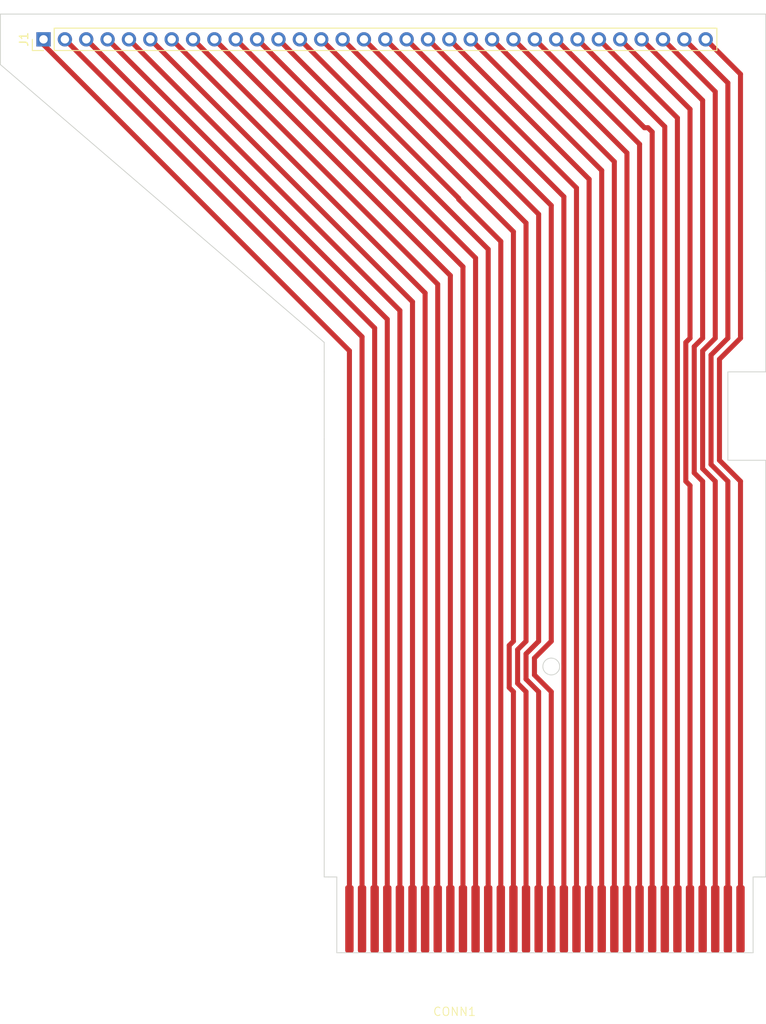
<source format=kicad_pcb>
(kicad_pcb (version 20221018) (generator pcbnew)
  (layers (0 "F.Cu" signal) (31 "B.Cu" signal) (34 "B.Paste" user) (35 "F.Paste" user) (36 "B.SilkS" user "B.Silkscreen") (37 "F.SilkS" user "F.Silkscreen") (38 "B.Mask" user) (39 "F.Mask" user) (44 "Edge.Cuts" user))
  (net 0 "")
  (net 1 "Net-(CONN1-+5)")
  (net 2 "Net-(CONN1-CLK)")
  (net 3 "Net-(CONN1-!WR)")
  (net 4 "Net-(CONN1-!RD)")
  (net 5 "Net-(CONN1-!CS_RAM)")
  (net 6 "Net-(CONN1-A0)")
  (net 7 "Net-(CONN1-A1)")
  (net 8 "Net-(CONN1-A2)")
  (net 9 "Net-(CONN1-A3)")
  (net 10 "Net-(CONN1-A4)")
  (net 11 "Net-(CONN1-A5)")
  (net 12 "Net-(CONN1-A6)")
  (net 13 "Net-(CONN1-A7)")
  (net 14 "Net-(CONN1-A8)")
  (net 15 "Net-(CONN1-A9)")
  (net 16 "Net-(CONN1-A10)")
  (net 17 "Net-(CONN1-A11)")
  (net 18 "Net-(CONN1-A12)")
  (net 19 "Net-(CONN1-A13)")
  (net 20 "Net-(CONN1-A14)")
  (net 21 "Net-(CONN1-A15)")
  (net 22 "Net-(CONN1-D0)")
  (net 23 "Net-(CONN1-D1)")
  (net 24 "Net-(CONN1-D2)")
  (net 25 "Net-(CONN1-D3)")
  (net 26 "Net-(CONN1-D4)")
  (net 27 "Net-(CONN1-D5)")
  (net 28 "Net-(CONN1-D6)")
  (net 29 "Net-(CONN1-D7)")
  (net 30 "Net-(CONN1-!Reset)")
  (net 31 "Net-(CONN1-Audio_In)")
  (net 32 "Net-(CONN1-GND)")
  (footprint "Connector_PinHeader_2.54mm:PinHeader_1x32_P2.54mm_Vertical" (layer "F.Cu") (at 39.625 25.5 90)
    (fp_text reference "J1" (at 0 -2.33 90) (layer "F.SilkS"))
    (fp_text value "Conn_01x32")
    (fp_line (start -1.33 -1.33) (end 0 -1.33) (stroke (width 0.12)) (layer "F.SilkS"))
    (fp_line (start -1.33 0) (end -1.33 -1.33) (stroke (width 0.12)) (layer "F.SilkS"))
    (fp_line (start -1.33 1.27) (end -1.33 80.07) (stroke (width 0.12)) (layer "F.SilkS"))
    (fp_line (start -1.33 1.27) (end 1.33 1.27) (stroke (width 0.12)) (layer "F.SilkS"))
    (fp_line (start -1.33 80.07) (end 1.33 80.07) (stroke (width 0.12)) (layer "F.SilkS"))
    (fp_line (start 1.33 1.27) (end 1.33 80.07) (stroke (width 0.12)) (layer "F.SilkS"))
    (pad "1" thru_hole rect (at 0 0 90) (size 1.7 1.7) (drill 1) (layers "*.Cu" "*.Mask") (net 1 "Net-(CONN1-+5)"))
    (pad "2" thru_hole oval (at 0 2.54 90) (size 1.7 1.7) (drill 1) (layers "*.Cu" "*.Mask") (net 2 "Net-(CONN1-CLK)"))
    (pad "3" thru_hole oval (at 0 5.08 90) (size 1.7 1.7) (drill 1) (layers "*.Cu" "*.Mask") (net 3 "Net-(CONN1-!WR)"))
    (pad "4" thru_hole oval (at 0 7.62 90) (size 1.7 1.7) (drill 1) (layers "*.Cu" "*.Mask") (net 4 "Net-(CONN1-!RD)"))
    (pad "5" thru_hole oval (at 0 10.16 90) (size 1.7 1.7) (drill 1) (layers "*.Cu" "*.Mask") (net 5 "Net-(CONN1-!CS_RAM)"))
    (pad "6" thru_hole oval (at 0 12.7 90) (size 1.7 1.7) (drill 1) (layers "*.Cu" "*.Mask") (net 6 "Net-(CONN1-A0)"))
    (pad "7" thru_hole oval (at 0 15.24 90) (size 1.7 1.7) (drill 1) (layers "*.Cu" "*.Mask") (net 7 "Net-(CONN1-A1)"))
    (pad "8" thru_hole oval (at 0 17.78 90) (size 1.7 1.7) (drill 1) (layers "*.Cu" "*.Mask") (net 8 "Net-(CONN1-A2)"))
    (pad "9" thru_hole oval (at 0 20.32 90) (size 1.7 1.7) (drill 1) (layers "*.Cu" "*.Mask") (net 9 "Net-(CONN1-A3)"))
    (pad "10" thru_hole oval (at 0 22.86 90) (size 1.7 1.7) (drill 1) (layers "*.Cu" "*.Mask") (net 10 "Net-(CONN1-A4)"))
    (pad "11" thru_hole oval (at 0 25.4 90) (size 1.7 1.7) (drill 1) (layers "*.Cu" "*.Mask") (net 11 "Net-(CONN1-A5)"))
    (pad "12" thru_hole oval (at 0 27.94 90) (size 1.7 1.7) (drill 1) (layers "*.Cu" "*.Mask") (net 12 "Net-(CONN1-A6)"))
    (pad "13" thru_hole oval (at 0 30.48 90) (size 1.7 1.7) (drill 1) (layers "*.Cu" "*.Mask") (net 13 "Net-(CONN1-A7)"))
    (pad "14" thru_hole oval (at 0 33.02 90) (size 1.7 1.7) (drill 1) (layers "*.Cu" "*.Mask") (net 14 "Net-(CONN1-A8)"))
    (pad "15" thru_hole oval (at 0 35.56 90) (size 1.7 1.7) (drill 1) (layers "*.Cu" "*.Mask") (net 15 "Net-(CONN1-A9)"))
    (pad "16" thru_hole oval (at 0 38.1 90) (size 1.7 1.7) (drill 1) (layers "*.Cu" "*.Mask") (net 16 "Net-(CONN1-A10)"))
    (pad "17" thru_hole oval (at 0 40.64 90) (size 1.7 1.7) (drill 1) (layers "*.Cu" "*.Mask") (net 17 "Net-(CONN1-A11)"))
    (pad "18" thru_hole oval (at 0 43.18 90) (size 1.7 1.7) (drill 1) (layers "*.Cu" "*.Mask") (net 18 "Net-(CONN1-A12)"))
    (pad "19" thru_hole oval (at 0 45.72 90) (size 1.7 1.7) (drill 1) (layers "*.Cu" "*.Mask") (net 19 "Net-(CONN1-A13)"))
    (pad "20" thru_hole oval (at 0 48.26 90) (size 1.7 1.7) (drill 1) (layers "*.Cu" "*.Mask") (net 20 "Net-(CONN1-A14)"))
    (pad "21" thru_hole oval (at 0 50.8 90) (size 1.7 1.7) (drill 1) (layers "*.Cu" "*.Mask") (net 21 "Net-(CONN1-A15)"))
    (pad "22" thru_hole oval (at 0 53.34 90) (size 1.7 1.7) (drill 1) (layers "*.Cu" "*.Mask") (net 22 "Net-(CONN1-D0)"))
    (pad "23" thru_hole oval (at 0 55.88 90) (size 1.7 1.7) (drill 1) (layers "*.Cu" "*.Mask") (net 23 "Net-(CONN1-D1)"))
    (pad "24" thru_hole oval (at 0 58.42 90) (size 1.7 1.7) (drill 1) (layers "*.Cu" "*.Mask") (net 24 "Net-(CONN1-D2)"))
    (pad "25" thru_hole oval (at 0 60.96 90) (size 1.7 1.7) (drill 1) (layers "*.Cu" "*.Mask") (net 25 "Net-(CONN1-D3)"))
    (pad "26" thru_hole oval (at 0 63.5 90) (size 1.7 1.7) (drill 1) (layers "*.Cu" "*.Mask") (net 26 "Net-(CONN1-D4)"))
    (pad "27" thru_hole oval (at 0 66.04 90) (size 1.7 1.7) (drill 1) (layers "*.Cu" "*.Mask") (net 27 "Net-(CONN1-D5)"))
    (pad "28" thru_hole oval (at 0 68.58 90) (size 1.7 1.7) (drill 1) (layers "*.Cu" "*.Mask") (net 28 "Net-(CONN1-D6)"))
    (pad "29" thru_hole oval (at 0 71.12 90) (size 1.7 1.7) (drill 1) (layers "*.Cu" "*.Mask") (net 29 "Net-(CONN1-D7)"))
    (pad "30" thru_hole oval (at 0 73.66 90) (size 1.7 1.7) (drill 1) (layers "*.Cu" "*.Mask") (net 30 "Net-(CONN1-!Reset)"))
    (pad "31" thru_hole oval (at 0 76.2 90) (size 1.7 1.7) (drill 1) (layers "*.Cu" "*.Mask") (net 31 "Net-(CONN1-Audio_In)"))
    (pad "32" thru_hole oval (at 0 78.74 90) (size 1.7 1.7) (drill 1) (layers "*.Cu" "*.Mask") (net 32 "Net-(CONN1-GND)"))
  )
  (footprint "Card Edge Connectors:DMG_Cart" (layer "F.Cu") (at 75 134)
    (fp_text reference "CONN1" (at 13.5 7 unlocked) (layer "F.SilkS") (effects (font (thickness 0.1))))
    (fp_text value "~")
    (pad "1" smd roundrect (at 1 -4) (size 1 8) (layers "F.Cu" "F.Paste" "F.Mask") (net 1 "Net-(CONN1-+5)"))
    (pad "2" smd roundrect (at 2.5 -4) (size 1 8) (layers "F.Cu" "F.Paste" "F.Mask") (net 2 "Net-(CONN1-CLK)"))
    (pad "3" smd roundrect (at 4 -4) (size 1 8) (layers "F.Cu" "F.Paste" "F.Mask") (net 3 "Net-(CONN1-!WR)"))
    (pad "4" smd roundrect (at 5.5 -4) (size 1 8) (layers "F.Cu" "F.Paste" "F.Mask") (net 4 "Net-(CONN1-!RD)"))
    (pad "5" smd roundrect (at 7 -4) (size 1 8) (layers "F.Cu" "F.Paste" "F.Mask") (net 5 "Net-(CONN1-!CS_RAM)"))
    (pad "6" smd roundrect (at 8.5 -4) (size 1 8) (layers "F.Cu" "F.Paste" "F.Mask") (net 6 "Net-(CONN1-A0)"))
    (pad "7" smd roundrect (at 10 -4) (size 1 8) (layers "F.Cu" "F.Paste" "F.Mask") (net 7 "Net-(CONN1-A1)"))
    (pad "8" smd roundrect (at 11.5 -4) (size 1 8) (layers "F.Cu" "F.Paste" "F.Mask") (net 8 "Net-(CONN1-A2)"))
    (pad "9" smd roundrect (at 13 -4) (size 1 8) (layers "F.Cu" "F.Paste" "F.Mask") (net 9 "Net-(CONN1-A3)"))
    (pad "10" smd roundrect (at 14.5 -4) (size 1 8) (layers "F.Cu" "F.Paste" "F.Mask") (net 10 "Net-(CONN1-A4)"))
    (pad "11" smd roundrect (at 16 -4) (size 1 8) (layers "F.Cu" "F.Paste" "F.Mask") (net 11 "Net-(CONN1-A5)"))
    (pad "12" smd roundrect (at 17.5 -4) (size 1 8) (layers "F.Cu" "F.Paste" "F.Mask") (net 12 "Net-(CONN1-A6)"))
    (pad "13" smd roundrect (at 19 -4) (size 1 8) (layers "F.Cu" "F.Paste" "F.Mask") (net 13 "Net-(CONN1-A7)"))
    (pad "14" smd roundrect (at 20.5 -4) (size 1 8) (layers "F.Cu" "F.Paste" "F.Mask") (net 14 "Net-(CONN1-A8)"))
    (pad "15" smd roundrect (at 22 -4) (size 1 8) (layers "F.Cu" "F.Paste" "F.Mask") (net 15 "Net-(CONN1-A9)"))
    (pad "16" smd roundrect (at 23.5 -4) (size 1 8) (layers "F.Cu" "F.Paste" "F.Mask") (net 16 "Net-(CONN1-A10)"))
    (pad "17" smd roundrect (at 25 -4) (size 1 8) (layers "F.Cu" "F.Paste" "F.Mask") (net 17 "Net-(CONN1-A11)"))
    (pad "18" smd roundrect (at 26.5 -4) (size 1 8) (layers "F.Cu" "F.Paste" "F.Mask") (net 18 "Net-(CONN1-A12)"))
    (pad "19" smd roundrect (at 28 -4) (size 1 8) (layers "F.Cu" "F.Paste" "F.Mask") (net 19 "Net-(CONN1-A13)"))
    (pad "20" smd roundrect (at 29.5 -4) (size 1 8) (layers "F.Cu" "F.Paste" "F.Mask") (net 20 "Net-(CONN1-A14)"))
    (pad "21" smd roundrect (at 31 -4) (size 1 8) (layers "F.Cu" "F.Paste" "F.Mask") (net 21 "Net-(CONN1-A15)"))
    (pad "22" smd roundrect (at 32.5 -4) (size 1 8) (layers "F.Cu" "F.Paste" "F.Mask") (net 22 "Net-(CONN1-D0)"))
    (pad "23" smd roundrect (at 34 -4) (size 1 8) (layers "F.Cu" "F.Paste" "F.Mask") (net 23 "Net-(CONN1-D1)"))
    (pad "24" smd roundrect (at 35.5 -4) (size 1 8) (layers "F.Cu" "F.Paste" "F.Mask") (net 24 "Net-(CONN1-D2)"))
    (pad "25" smd roundrect (at 37 -4) (size 1 8) (layers "F.Cu" "F.Paste" "F.Mask") (net 25 "Net-(CONN1-D3)"))
    (pad "26" smd roundrect (at 38.5 -4) (size 1 8) (layers "F.Cu" "F.Paste" "F.Mask") (net 26 "Net-(CONN1-D4)"))
    (pad "27" smd roundrect (at 40 -4) (size 1 8) (layers "F.Cu" "F.Paste" "F.Mask") (net 27 "Net-(CONN1-D5)"))
    (pad "28" smd roundrect (at 41.5 -4) (size 1 8) (layers "F.Cu" "F.Paste" "F.Mask") (net 28 "Net-(CONN1-D6)"))
    (pad "29" smd roundrect (at 43 -4) (size 1 8) (layers "F.Cu" "F.Paste" "F.Mask") (net 29 "Net-(CONN1-D7)"))
    (pad "30" smd roundrect (at 44.5 -4) (size 1 8) (layers "F.Cu" "F.Paste" "F.Mask") (net 30 "Net-(CONN1-!Reset)"))
    (pad "31" smd roundrect (at 46 -4) (size 1 8) (layers "F.Cu" "F.Paste" "F.Mask") (net 31 "Net-(CONN1-Audio_In)"))
    (pad "32" smd roundrect (at 47.5 -4) (size 1 8) (layers "F.Cu" "F.Paste" "F.Mask") (net 32 "Net-(CONN1-GND)"))
  )
  (gr_line (start 125.5 65) (end 125.5 53) (stroke (width 0.1)) (layer "Edge.Cuts"))
  (gr_line (start 121 65) (end 125.5 65) (stroke (width 0.1)) (layer "Edge.Cuts"))
  (gr_line (start 125 125) (end 125.5 125) (stroke (width 0.1)) (layer "Edge.Cuts"))
  (gr_line (start 125.5 22.5) (end 125.5 53) (stroke (width 0.1)) (layer "Edge.Cuts"))
  (gr_line (start 123.5 134) (end 75 134) (stroke (width 0.1)) (layer "Edge.Cuts"))
  (gr_line (start 73 73) (end 73 65) (stroke (width 0.1)) (layer "Edge.Cuts"))
  (gr_line (start 124 134) (end 124 125) (stroke (width 0.1)) (layer "Edge.Cuts"))
  (gr_line (start 74.5 134) (end 74.5 125) (stroke (width 0.1)) (layer "Edge.Cuts"))
  (gr_line (start 75 134) (end 74.5 134) (stroke (width 0.1)) (layer "Edge.Cuts"))
  (gr_circle (center 100 100) (end 101 100) (stroke (width 0.1)) (fill none) (layer "Edge.Cuts"))
  (gr_line (start 73.5 125) (end 73 125) (stroke (width 0.1)) (layer "Edge.Cuts"))
  (gr_line (start 34.5 28.5) (end 73 61.5) (stroke (width 0.1)) (layer "Edge.Cuts"))
  (gr_line (start 125.5 75.5) (end 121 75.5) (stroke (width 0.1)) (layer "Edge.Cuts"))
  (gr_line (start 34.5 22.5) (end 125.5 22.5) (stroke (width 0.1)) (layer "Edge.Cuts"))
  (gr_line (start 123.5 134) (end 124 134) (stroke (width 0.1)) (layer "Edge.Cuts"))
  (gr_line (start 73 125) (end 73 73) (stroke (width 0.1)) (layer "Edge.Cuts"))
  (gr_line (start 125.5 125) (end 125.5 75.5) (stroke (width 0.1)) (layer "Edge.Cuts"))
  (gr_line (start 124 125) (end 125 125) (stroke (width 0.1)) (layer "Edge.Cuts"))
  (gr_line (start 74.5 125) (end 73.5 125) (stroke (width 0.1)) (layer "Edge.Cuts"))
  (gr_line (start 121 75.5) (end 121 65) (stroke (width 0.1)) (layer "Edge.Cuts"))
  (gr_line (start 34.5 22.5) (end 34.5 28.5) (stroke (width 0.1)) (layer "Edge.Cuts"))
  (gr_line (start 73 65) (end 73 61.5) (stroke (width 0.1)) (layer "Edge.Cuts"))
  (segment (start 39.625 26.125) (end 76 62.5) (width 0.6) (layer "F.Cu") (net 1))
  (segment (start 39.625 25.5) (end 39.625 26.125) (width 0.6) (layer "F.Cu") (net 1))
  (segment (start 76 62.5) (end 76 130) (width 0.6) (layer "F.Cu") (net 1))
  (segment (start 77.5 130) (end 77.5 60.835) (width 0.6) (layer "F.Cu") (net 2))
  (segment (start 77.5 60.835) (end 42.165 25.5) (width 0.6) (layer "F.Cu") (net 2))
  (segment (start 79 130) (end 79 59.795) (width 0.6) (layer "F.Cu") (net 3))
  (segment (start 79 59.795) (end 44.705 25.5) (width 0.6) (layer "F.Cu") (net 3))
  (segment (start 80.5 130) (end 80.5 58.755) (width 0.6) (layer "F.Cu") (net 4))
  (segment (start 80.5 58.755) (end 47.245 25.5) (width 0.6) (layer "F.Cu") (net 4))
  (segment (start 82 130) (end 82 57.715) (width 0.6) (layer "F.Cu") (net 5))
  (segment (start 82 57.715) (end 49.785 25.5) (width 0.6) (layer "F.Cu") (net 5))
  (segment (start 83.5 56.675) (end 52.325 25.5) (width 0.6) (layer "F.Cu") (net 6))
  (segment (start 83.5 130) (end 83.5 56.675) (width 0.6) (layer "F.Cu") (net 6))
  (segment (start 85 130) (end 85 55.635) (width 0.6) (layer "F.Cu") (net 7))
  (segment (start 85 55.635) (end 54.865 25.5) (width 0.6) (layer "F.Cu") (net 7))
  (segment (start 86.5 54.595) (end 57.405 25.5) (width 0.6) (layer "F.Cu") (net 8))
  (segment (start 86.5 130) (end 86.5 54.595) (width 0.6) (layer "F.Cu") (net 8))
  (segment (start 88 130) (end 88 53.555) (width 0.6) (layer "F.Cu") (net 9))
  (segment (start 88 53.555) (end 59.945 25.5) (width 0.6) (layer "F.Cu") (net 9))
  (segment (start 89.5 130) (end 89.5 52.515) (width 0.6) (layer "F.Cu") (net 10))
  (segment (start 89.5 52.515) (end 62.485 25.5) (width 0.6) (layer "F.Cu") (net 10))
  (segment (start 91 130) (end 91 51.475) (width 0.6) (layer "F.Cu") (net 11))
  (segment (start 91 51.475) (end 65.025 25.5) (width 0.6) (layer "F.Cu") (net 11))
  (segment (start 92.5 130) (end 92.5 50.435) (width 0.6) (layer "F.Cu") (net 12))
  (segment (start 92.5 50.435) (end 67.565 25.5) (width 0.6) (layer "F.Cu") (net 12))
  (segment (start 94 49.5) (end 89 44.5) (width 0.6) (layer "F.Cu") (net 13))
  (segment (start 94 130) (end 94 49.5) (width 0.6) (layer "F.Cu") (net 13))
  (segment (start 89 44.395) (end 70.105 25.5) (width 0.6) (layer "F.Cu") (net 13))
  (segment (start 89 44.5) (end 89 44.395) (width 0.6) (layer "F.Cu") (net 13))
  (segment (start 95 102.5) (end 95 97.5) (width 0.6) (layer "F.Cu") (net 14))
  (segment (start 95.5 97) (end 95.5 48.355) (width 0.6) (layer "F.Cu") (net 14))
  (segment (start 95.5 130) (end 95.5 103) (width 0.6) (layer "F.Cu") (net 14))
  (segment (start 95.5 48.355) (end 72.645 25.5) (width 0.6) (layer "F.Cu") (net 14))
  (segment (start 95.5 103) (end 95 102.5) (width 0.6) (layer "F.Cu") (net 14))
  (segment (start 95 97.5) (end 95.5 97) (width 0.6) (layer "F.Cu") (net 14))
  (segment (start 97 103) (end 96 102) (width 0.6) (layer "F.Cu") (net 15))
  (segment (start 97 130) (end 97 103) (width 0.6) (layer "F.Cu") (net 15))
  (segment (start 97 47.315) (end 75.185 25.5) (width 0.6) (layer "F.Cu") (net 15))
  (segment (start 96 102) (end 96 98) (width 0.6) (layer "F.Cu") (net 15))
  (segment (start 97 97) (end 97 47.315) (width 0.6) (layer "F.Cu") (net 15))
  (segment (start 96 98) (end 97 97) (width 0.6) (layer "F.Cu") (net 15))
  (segment (start 98.5 97) (end 98.5 46.275) (width 0.6) (layer "F.Cu") (net 16))
  (segment (start 97 98.5) (end 98.5 97) (width 0.6) (layer "F.Cu") (net 16))
  (segment (start 98.5 103) (end 97 101.5) (width 0.6) (layer "F.Cu") (net 16))
  (segment (start 97 101.5) (end 97 98.5) (width 0.6) (layer "F.Cu") (net 16))
  (segment (start 98.5 130) (end 98.5 103) (width 0.6) (layer "F.Cu") (net 16))
  (segment (start 98.5 46.275) (end 77.725 25.5) (width 0.6) (layer "F.Cu") (net 16))
  (segment (start 100 45.235) (end 80.265 25.5) (width 0.6) (layer "F.Cu") (net 17))
  (segment (start 100 97) (end 100 45.235) (width 0.6) (layer "F.Cu") (net 17))
  (segment (start 98 101) (end 98 99) (width 0.6) (layer "F.Cu") (net 17))
  (segment (start 98 99) (end 100 97) (width 0.6) (layer "F.Cu") (net 17))
  (segment (start 100 103) (end 98 101) (width 0.6) (layer "F.Cu") (net 17))
  (segment (start 100 130) (end 100 103) (width 0.6) (layer "F.Cu") (net 17))
  (segment (start 101.5 44.195) (end 82.805 25.5) (width 0.6) (layer "F.Cu") (net 18))
  (segment (start 101.5 130) (end 101.5 44.195) (width 0.6) (layer "F.Cu") (net 18))
  (segment (start 103 130) (end 103 43.155) (width 0.6) (layer "F.Cu") (net 19))
  (segment (start 103 43.155) (end 85.345 25.5) (width 0.6) (layer "F.Cu") (net 19))
  (segment (start 104.5 130) (end 104.5 42.115) (width 0.6) (layer "F.Cu") (net 20))
  (segment (start 104.5 42.115) (end 87.885 25.5) (width 0.6) (layer "F.Cu") (net 20))
  (segment (start 106 130) (end 106 41.075) (width 0.6) (layer "F.Cu") (net 21))
  (segment (start 106 41.075) (end 90.425 25.5) (width 0.6) (layer "F.Cu") (net 21))
  (segment (start 107.5 40.035) (end 92.965 25.5) (width 0.6) (layer "F.Cu") (net 22))
  (segment (start 107.5 130) (end 107.5 40.035) (width 0.6) (layer "F.Cu") (net 22))
  (segment (start 109 38.995) (end 95.505 25.5) (width 0.6) (layer "F.Cu") (net 23))
  (segment (start 109 130) (end 109 38.995) (width 0.6) (layer "F.Cu") (net 23))
  (segment (start 110.5 130) (end 110.5 37.955) (width 0.6) (layer "F.Cu") (net 24))
  (segment (start 110.5 37.955) (end 98.045 25.5) (width 0.6) (layer "F.Cu") (net 24))
  (segment (start 112 36.5) (end 112 130) (width 0.6) (layer "F.Cu") (net 25))
  (segment (start 111.085 36) (end 111.5 36) (width 0.6) (layer "F.Cu") (net 25))
  (segment (start 111.5 36) (end 112 36.5) (width 0.6) (layer "F.Cu") (net 25))
  (segment (start 100.585 25.5) (end 111.085 36) (width 0.6) (layer "F.Cu") (net 25))
  (segment (start 113.5 130) (end 113.5 35.875) (width 0.6) (layer "F.Cu") (net 26))
  (segment (start 113.5 35.875) (end 103.125 25.5) (width 0.6) (layer "F.Cu") (net 26))
  (segment (start 115 34.835) (end 105.665 25.5) (width 0.6) (layer "F.Cu") (net 27))
  (segment (start 115 130) (end 115 34.835) (width 0.6) (layer "F.Cu") (net 27))
  (segment (start 116.5 33.795) (end 108.205 25.5) (width 0.6) (layer "F.Cu") (net 28))
  (segment (start 116.5 78.5) (end 116 78) (width 0.6) (layer "F.Cu") (net 28))
  (segment (start 116.5 130) (end 116.5 78.5) (width 0.6) (layer "F.Cu") (net 28))
  (segment (start 116.5 61) (end 116.5 33.795) (width 0.6) (layer "F.Cu") (net 28))
  (segment (start 116 61.5) (end 116.5 61) (width 0.6) (layer "F.Cu") (net 28))
  (segment (start 116 78) (end 116 61.5) (width 0.6) (layer "F.Cu") (net 28))
  (segment (start 117 77) (end 117 62) (width 0.6) (layer "F.Cu") (net 29))
  (segment (start 118 130) (end 118 78) (width 0.6) (layer "F.Cu") (net 29))
  (segment (start 118 32.755) (end 110.745 25.5) (width 0.6) (layer "F.Cu") (net 29))
  (segment (start 118 61) (end 118 32.755) (width 0.6) (layer "F.Cu") (net 29))
  (segment (start 117 62) (end 118 61) (width 0.6) (layer "F.Cu") (net 29))
  (segment (start 118 78) (end 117 77) (width 0.6) (layer "F.Cu") (net 29))
  (segment (start 119.5 130) (end 119.5 78) (width 0.6) (layer "F.Cu") (net 30))
  (segment (start 119.5 61) (end 119.5 31.715) (width 0.6) (layer "F.Cu") (net 30))
  (segment (start 118 62.5) (end 119.5 61) (width 0.6) (layer "F.Cu") (net 30))
  (segment (start 119.5 78) (end 118 76.5) (width 0.6) (layer "F.Cu") (net 30))
  (segment (start 118 76.5) (end 118 62.5) (width 0.6) (layer "F.Cu") (net 30))
  (segment (start 119.5 31.715) (end 113.285 25.5) (width 0.6) (layer "F.Cu") (net 30))
  (segment (start 121 61) (end 121 30.675) (width 0.6) (layer "F.Cu") (net 31))
  (segment (start 121 78) (end 119 76) (width 0.6) (layer "F.Cu") (net 31))
  (segment (start 121 30.675) (end 115.825 25.5) (width 0.6) (layer "F.Cu") (net 31))
  (segment (start 119 63) (end 121 61) (width 0.6) (layer "F.Cu") (net 31))
  (segment (start 119 76) (end 119 63) (width 0.6) (layer "F.Cu") (net 31))
  (segment (start 121 130) (end 121 78) (width 0.6) (layer "F.Cu") (net 31))
  (segment (start 120 63.5) (end 122.5 61) (width 0.6) (layer "F.Cu") (net 32))
  (segment (start 122.5 78) (end 120 75.5) (width 0.6) (layer "F.Cu") (net 32))
  (segment (start 122.5 130) (end 122.5 78) (width 0.6) (layer "F.Cu") (net 32))
  (segment (start 120 75.5) (end 120 63.5) (width 0.6) (layer "F.Cu") (net 32))
  (segment (start 122.5 29.635) (end 118.365 25.5) (width 0.6) (layer "F.Cu") (net 32))
  (segment (start 122.5 61) (end 122.5 29.635) (width 0.6) (layer "F.Cu") (net 32))
)
</source>
